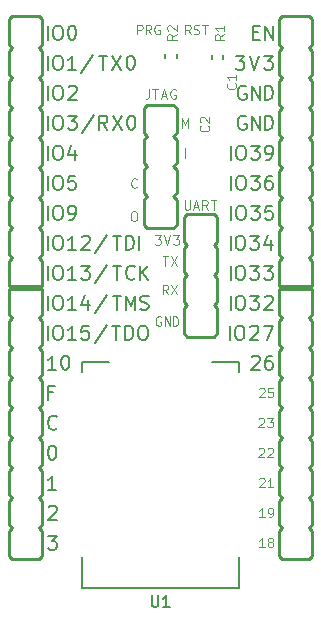
<source format=gbr>
G04 --- HEADER BEGIN --- *
G04 #@! TF.GenerationSoftware,LibrePCB,LibrePCB,0.1.6*
G04 #@! TF.CreationDate,2022-05-15T02:00:43*
G04 #@! TF.ProjectId,ttgo_bob,bfd8dc32-b202-4bf0-b9b5-60a84d76451e,v1*
G04 #@! TF.Part,Single*
G04 #@! TF.SameCoordinates*
G04 #@! TF.FileFunction,Legend,Top*
G04 #@! TF.FilePolarity,Positive*
%FSLAX66Y66*%
%MOMM*%
G01*
G75*
G04 --- HEADER END --- *
G04 --- APERTURE LIST BEGIN --- *
%ADD10C,0.25*%
%ADD11C,0.15*%
%ADD12C,0.2*%
%ADD13C,0.1*%
%ADD14R,2.39X1.787*%
%ADD15O,2.39X1.787*%
%ADD16R,0.75X0.75*%
%ADD17R,1.0X0.95*%
%ADD18R,1.2X1.3*%
%ADD19R,2.3X0.9*%
%ADD20R,0.9X2.3*%
G04 --- APERTURE LIST END --- *
G04 --- BOARD BEGIN --- *
D10*
G04 #@! TO.C,J5*
X17458000Y28852000D02*
X17458000Y26727000D01*
X17188000Y26457000D01*
X17458000Y26187000D01*
X17458000Y24187000D01*
X17188000Y23917000D01*
X17458000Y23647000D01*
X17458000Y21647000D01*
X17188000Y21377000D01*
X17458000Y21107000D01*
X17458000Y18982000D01*
X17188000Y18712000D01*
X14938000Y18712000D01*
X14668000Y18982000D01*
X14668000Y21107000D01*
X14938000Y21377000D01*
X14668000Y21647000D01*
X14668000Y23647000D01*
X14938000Y23917000D01*
X14668000Y24187000D01*
X14668000Y26187000D01*
X14938000Y26457000D01*
X14668000Y26727000D01*
X14668000Y28852000D01*
X14938000Y29122000D01*
X17188000Y29122000D01*
X17458000Y28852000D01*
D11*
G04 #@! TO.C,R1*
X17051000Y42593000D02*
X17051000Y42243000D01*
X18001000Y42593000D02*
X18001000Y42243000D01*
G04 #@! TO.C,R2*
X13103000Y42613000D02*
X13103000Y42263000D01*
X14053000Y42613000D02*
X14053000Y42263000D01*
D10*
G04 #@! TO.C,J3*
X2665000Y45575000D02*
X2665000Y43450000D01*
X2395000Y43180000D01*
X2665000Y42910000D01*
X2665000Y40910000D01*
X2395000Y40640000D01*
X2665000Y40370000D01*
X2665000Y38370000D01*
X2395000Y38100000D01*
X2665000Y37830000D01*
X2665000Y35830000D01*
X2395000Y35560000D01*
X2665000Y35290000D01*
X2665000Y33290000D01*
X2395000Y33020000D01*
X2665000Y32750000D01*
X2665000Y30750000D01*
X2395000Y30480000D01*
X2665000Y30210000D01*
X2665000Y28210000D01*
X2395000Y27940000D01*
X2665000Y27670000D01*
X2665000Y25670000D01*
X2395000Y25400000D01*
X2665000Y25130000D01*
X2665000Y23005000D01*
X2395000Y22735000D01*
X145000Y22735000D01*
X-125000Y23005000D01*
X-125000Y25130000D01*
X145000Y25400000D01*
X-125000Y25670000D01*
X-125000Y27670000D01*
X145000Y27940000D01*
X-125000Y28210000D01*
X-125000Y30210000D01*
X145000Y30480000D01*
X-125000Y30750000D01*
X-125000Y32750000D01*
X145000Y33020000D01*
X-125000Y33290000D01*
X-125000Y35290000D01*
X145000Y35560000D01*
X-125000Y35830000D01*
X-125000Y37830000D01*
X145000Y38100000D01*
X-125000Y38370000D01*
X-125000Y40370000D01*
X145000Y40640000D01*
X-125000Y40910000D01*
X-125000Y42910000D01*
X145000Y43180000D01*
X-125000Y43450000D01*
X-125000Y45575000D01*
X145000Y45845000D01*
X2395000Y45845000D01*
X2665000Y45575000D01*
G04 #@! TO.C,J2*
X25525000Y22715000D02*
X25525000Y20590000D01*
X25255000Y20320000D01*
X25525000Y20050000D01*
X25525000Y18050000D01*
X25255000Y17780000D01*
X25525000Y17510000D01*
X25525000Y15510000D01*
X25255000Y15240000D01*
X25525000Y14970000D01*
X25525000Y12970000D01*
X25255000Y12700000D01*
X25525000Y12430000D01*
X25525000Y10430000D01*
X25255000Y10160000D01*
X25525000Y9890000D01*
X25525000Y7890000D01*
X25255000Y7620000D01*
X25525000Y7350000D01*
X25525000Y5350000D01*
X25255000Y5080000D01*
X25525000Y4810000D01*
X25525000Y2810000D01*
X25255000Y2540000D01*
X25525000Y2270000D01*
X25525000Y145000D01*
X25255000Y-125000D01*
X23005000Y-125000D01*
X22735000Y145000D01*
X22735000Y2270000D01*
X23005000Y2540000D01*
X22735000Y2810000D01*
X22735000Y4810000D01*
X23005000Y5080000D01*
X22735000Y5350000D01*
X22735000Y7350000D01*
X23005000Y7620000D01*
X22735000Y7890000D01*
X22735000Y9890000D01*
X23005000Y10160000D01*
X22735000Y10430000D01*
X22735000Y12430000D01*
X23005000Y12700000D01*
X22735000Y12970000D01*
X22735000Y14970000D01*
X23005000Y15240000D01*
X22735000Y15510000D01*
X22735000Y17510000D01*
X23005000Y17780000D01*
X22735000Y18050000D01*
X22735000Y20050000D01*
X23005000Y20320000D01*
X22735000Y20590000D01*
X22735000Y22715000D01*
X23005000Y22985000D01*
X25255000Y22985000D01*
X25525000Y22715000D01*
G04 #@! TO.C,J6*
X14055000Y38060000D02*
X14055000Y35935000D01*
X13785000Y35665000D01*
X14055000Y35395000D01*
X14055000Y33395000D01*
X13785000Y33125000D01*
X14055000Y32855000D01*
X14055000Y30855000D01*
X13785000Y30585000D01*
X14055000Y30315000D01*
X14055000Y28190000D01*
X13785000Y27920000D01*
X11535000Y27920000D01*
X11265000Y28190000D01*
X11265000Y30315000D01*
X11535000Y30585000D01*
X11265000Y30855000D01*
X11265000Y32855000D01*
X11535000Y33125000D01*
X11265000Y33395000D01*
X11265000Y35395000D01*
X11535000Y35665000D01*
X11265000Y35935000D01*
X11265000Y38060000D01*
X11535000Y38330000D01*
X13785000Y38330000D01*
X14055000Y38060000D01*
G04 #@! TO.C,J4*
X2665000Y22715000D02*
X2665000Y20590000D01*
X2395000Y20320000D01*
X2665000Y20050000D01*
X2665000Y18050000D01*
X2395000Y17780000D01*
X2665000Y17510000D01*
X2665000Y15510000D01*
X2395000Y15240000D01*
X2665000Y14970000D01*
X2665000Y12970000D01*
X2395000Y12700000D01*
X2665000Y12430000D01*
X2665000Y10430000D01*
X2395000Y10160000D01*
X2665000Y9890000D01*
X2665000Y7890000D01*
X2395000Y7620000D01*
X2665000Y7350000D01*
X2665000Y5350000D01*
X2395000Y5080000D01*
X2665000Y4810000D01*
X2665000Y2810000D01*
X2395000Y2540000D01*
X2665000Y2270000D01*
X2665000Y145000D01*
X2395000Y-125000D01*
X145000Y-125000D01*
X-125000Y145000D01*
X-125000Y2270000D01*
X145000Y2540000D01*
X-125000Y2810000D01*
X-125000Y4810000D01*
X145000Y5080000D01*
X-125000Y5350000D01*
X-125000Y7350000D01*
X145000Y7620000D01*
X-125000Y7890000D01*
X-125000Y9890000D01*
X145000Y10160000D01*
X-125000Y10430000D01*
X-125000Y12430000D01*
X145000Y12700000D01*
X-125000Y12970000D01*
X-125000Y14970000D01*
X145000Y15240000D01*
X-125000Y15510000D01*
X-125000Y17510000D01*
X145000Y17780000D01*
X-125000Y18050000D01*
X-125000Y20050000D01*
X145000Y20320000D01*
X-125000Y20590000D01*
X-125000Y22715000D01*
X145000Y22985000D01*
X2395000Y22985000D01*
X2665000Y22715000D01*
D12*
G04 #@! TO.C,U1*
X6055000Y15725000D02*
X6055000Y16545000D01*
X8350000Y16545000D01*
X19345000Y25000D02*
X19345000Y-2575000D01*
X6055000Y-2575000D01*
X6055000Y25000D01*
X19345000Y15725000D02*
X19345000Y16545000D01*
X17050000Y16545000D01*
D10*
G04 #@! TO.C,J1*
X25525000Y45575000D02*
X25525000Y43450000D01*
X25255000Y43180000D01*
X25525000Y42910000D01*
X25525000Y40910000D01*
X25255000Y40640000D01*
X25525000Y40370000D01*
X25525000Y38370000D01*
X25255000Y38100000D01*
X25525000Y37830000D01*
X25525000Y35830000D01*
X25255000Y35560000D01*
X25525000Y35290000D01*
X25525000Y33290000D01*
X25255000Y33020000D01*
X25525000Y32750000D01*
X25525000Y30750000D01*
X25255000Y30480000D01*
X25525000Y30210000D01*
X25525000Y28210000D01*
X25255000Y27940000D01*
X25525000Y27670000D01*
X25525000Y25670000D01*
X25255000Y25400000D01*
X25525000Y25130000D01*
X25525000Y23005000D01*
X25255000Y22735000D01*
X23005000Y22735000D01*
X22735000Y23005000D01*
X22735000Y25130000D01*
X23005000Y25400000D01*
X22735000Y25670000D01*
X22735000Y27670000D01*
X23005000Y27940000D01*
X22735000Y28210000D01*
X22735000Y30210000D01*
X23005000Y30480000D01*
X22735000Y30750000D01*
X22735000Y32750000D01*
X23005000Y33020000D01*
X22735000Y33290000D01*
X22735000Y35290000D01*
X23005000Y35560000D01*
X22735000Y35830000D01*
X22735000Y37830000D01*
X23005000Y38100000D01*
X22735000Y38370000D01*
X22735000Y40370000D01*
X23005000Y40640000D01*
X22735000Y40910000D01*
X22735000Y42910000D01*
X23005000Y43180000D01*
X22735000Y43450000D01*
X22735000Y45575000D01*
X23005000Y45845000D01*
X25255000Y45845000D01*
X25525000Y45575000D01*
D13*
G04 #@! TO.C,R1*
X18104000Y44320000D02*
X17722667Y44053333D01*
X18104000Y43863111D02*
X17304000Y43863111D01*
X17304000Y44168000D01*
X17342222Y44244444D01*
X17380444Y44281778D01*
X17456000Y44320000D01*
X17570667Y44320000D01*
X17647111Y44281778D01*
X17685333Y44244444D01*
X17722667Y44168000D01*
X17722667Y43863111D01*
X18104000Y45036889D02*
X18104000Y44580000D01*
X18104000Y44808444D02*
X17304000Y44808444D01*
X17418667Y44732000D01*
X17494222Y44656444D01*
X17532444Y44580000D01*
G04 #@! TO.C,R2*
X14054000Y44320889D02*
X13672667Y44054222D01*
X14054000Y43864000D02*
X13254000Y43864000D01*
X13254000Y44168889D01*
X13292222Y44245333D01*
X13330444Y44282667D01*
X13406000Y44320889D01*
X13520667Y44320889D01*
X13597111Y44282667D01*
X13635333Y44245333D01*
X13672667Y44168889D01*
X13672667Y43864000D01*
X13330444Y44619111D02*
X13292222Y44657333D01*
X13254000Y44732889D01*
X13254000Y44924000D01*
X13292222Y44999556D01*
X13330444Y45037778D01*
X13406000Y45076000D01*
X13482444Y45076000D01*
X13597111Y45037778D01*
X14054000Y44580889D01*
X14054000Y45076000D01*
G04 #@! TO.C,C1*
X19011556Y40177111D02*
X19049778Y40138889D01*
X19088000Y40025111D01*
X19088000Y39948667D01*
X19049778Y39834000D01*
X18973333Y39758444D01*
X18897778Y39720222D01*
X18744889Y39682000D01*
X18631111Y39682000D01*
X18478222Y39720222D01*
X18402667Y39758444D01*
X18326222Y39834000D01*
X18288000Y39948667D01*
X18288000Y40025111D01*
X18326222Y40138889D01*
X18364444Y40177111D01*
X19088000Y40894000D02*
X19088000Y40437111D01*
X19088000Y40665555D02*
X18288000Y40665555D01*
X18402667Y40589111D01*
X18478222Y40513555D01*
X18516444Y40437111D01*
D12*
G04 #@! TO.C,U1*
X11928889Y-3175000D02*
X11928889Y-3985000D01*
X11976667Y-4079444D01*
X12024445Y-4127222D01*
X12118889Y-4175000D01*
X12310000Y-4175000D01*
X12405556Y-4127222D01*
X12452222Y-4079444D01*
X12500000Y-3985000D01*
X12500000Y-3175000D01*
X13471111Y-4175000D02*
X12900000Y-4175000D01*
X13185556Y-4175000D02*
X13185556Y-3175000D01*
X13090000Y-3318333D01*
X12995556Y-3412778D01*
X12900000Y-3460556D01*
D13*
G04 #@! TO.C,C2*
X16725556Y36582889D02*
X16763778Y36544667D01*
X16802000Y36430889D01*
X16802000Y36354445D01*
X16763778Y36239778D01*
X16687333Y36164222D01*
X16611778Y36126000D01*
X16458889Y36087778D01*
X16345111Y36087778D01*
X16192222Y36126000D01*
X16116667Y36164222D01*
X16040222Y36239778D01*
X16002000Y36354445D01*
X16002000Y36430889D01*
X16040222Y36544667D01*
X16078444Y36582889D01*
X16078444Y36881111D02*
X16040222Y36919333D01*
X16002000Y36994889D01*
X16002000Y37186000D01*
X16040222Y37261556D01*
X16078444Y37299778D01*
X16154000Y37338000D01*
X16230444Y37338000D01*
X16345111Y37299778D01*
X16802000Y36842889D01*
X16802000Y37338000D01*
G04 #@! TD*
X21013000Y9213556D02*
X21051222Y9251778D01*
X21126778Y9290000D01*
X21317889Y9290000D01*
X21393445Y9251778D01*
X21431667Y9213556D01*
X21469889Y9138000D01*
X21469889Y9061556D01*
X21431667Y8946889D01*
X20974778Y8490000D01*
X21469889Y8490000D01*
X21768111Y9213556D02*
X21806333Y9251778D01*
X21881889Y9290000D01*
X22073000Y9290000D01*
X22148556Y9251778D01*
X22186778Y9213556D01*
X22225000Y9138000D01*
X22225000Y9061556D01*
X22186778Y8946889D01*
X21729889Y8490000D01*
X22225000Y8490000D01*
X21013000Y11753556D02*
X21051222Y11791778D01*
X21126778Y11830000D01*
X21317889Y11830000D01*
X21393445Y11791778D01*
X21431667Y11753556D01*
X21469889Y11678000D01*
X21469889Y11601556D01*
X21431667Y11486889D01*
X20974778Y11030000D01*
X21469889Y11030000D01*
X21729889Y11830000D02*
X22225000Y11830000D01*
X21958333Y11525111D01*
X22073000Y11525111D01*
X22148556Y11486889D01*
X22186778Y11448667D01*
X22225000Y11373111D01*
X22225000Y11182000D01*
X22186778Y11106444D01*
X22148556Y11068222D01*
X22073000Y11030000D01*
X21844556Y11030000D01*
X21768111Y11068222D01*
X21729889Y11106444D01*
D12*
X3860333Y15910000D02*
X3175000Y15910000D01*
X3517667Y15910000D02*
X3517667Y17110000D01*
X3403000Y16938000D01*
X3289667Y16824667D01*
X3175000Y16767333D01*
X4585666Y17110000D02*
X4700333Y17110000D01*
X4815000Y17052667D01*
X4872333Y16995333D01*
X4928333Y16882000D01*
X4985666Y16652667D01*
X4985666Y16367333D01*
X4928333Y16138000D01*
X4872333Y16024667D01*
X4815000Y15967333D01*
X4700333Y15910000D01*
X4585666Y15910000D01*
X4472333Y15967333D01*
X4415000Y16024667D01*
X4357666Y16138000D01*
X4300333Y16367333D01*
X4300333Y16652667D01*
X4357666Y16882000D01*
X4415000Y16995333D01*
X4472333Y17052667D01*
X4585666Y17110000D01*
D13*
X15259556Y44304000D02*
X14992889Y44685333D01*
X14802667Y44304000D02*
X14802667Y45104000D01*
X15107556Y45104000D01*
X15184000Y45065778D01*
X15221334Y45027556D01*
X15259556Y44952000D01*
X15259556Y44837333D01*
X15221334Y44760889D01*
X15184000Y44722667D01*
X15107556Y44685333D01*
X14802667Y44685333D01*
X15519556Y44342222D02*
X15634223Y44304000D01*
X15824445Y44304000D01*
X15900889Y44342222D01*
X15938223Y44380444D01*
X15976445Y44456000D01*
X15976445Y44532444D01*
X15938223Y44608889D01*
X15900889Y44647111D01*
X15824445Y44685333D01*
X15671556Y44722667D01*
X15596000Y44760889D01*
X15557778Y44799111D01*
X15519556Y44875556D01*
X15519556Y44952000D01*
X15557778Y45027556D01*
X15596000Y45065778D01*
X15671556Y45104000D01*
X15862667Y45104000D01*
X15976445Y45065778D01*
X16236445Y45104000D02*
X16693334Y45104000D01*
X16464889Y44304000D02*
X16464889Y45104000D01*
D12*
X18677000Y31150000D02*
X18677000Y32350000D01*
X19402333Y32350000D02*
X19631667Y32350000D01*
X19745000Y32292667D01*
X19859667Y32178000D01*
X19917000Y31950000D01*
X19917000Y31550000D01*
X19859667Y31322000D01*
X19745000Y31207333D01*
X19631667Y31150000D01*
X19402333Y31150000D01*
X19289000Y31207333D01*
X19174333Y31322000D01*
X19117000Y31550000D01*
X19117000Y31950000D01*
X19174333Y32178000D01*
X19289000Y32292667D01*
X19402333Y32350000D01*
X20357000Y32350000D02*
X21099667Y32350000D01*
X20699667Y31892667D01*
X20871667Y31892667D01*
X20985000Y31835333D01*
X21042333Y31778000D01*
X21099667Y31664667D01*
X21099667Y31378000D01*
X21042333Y31264667D01*
X20985000Y31207333D01*
X20871667Y31150000D01*
X20529000Y31150000D01*
X20414333Y31207333D01*
X20357000Y31264667D01*
X22111667Y32350000D02*
X21882334Y32350000D01*
X21767667Y32292667D01*
X21711667Y32235333D01*
X21597000Y32064667D01*
X21539667Y31835333D01*
X21539667Y31378000D01*
X21597000Y31264667D01*
X21654334Y31207333D01*
X21767667Y31150000D01*
X21997000Y31150000D01*
X22111667Y31207333D01*
X22167667Y31264667D01*
X22225000Y31378000D01*
X22225000Y31664667D01*
X22167667Y31778000D01*
X22111667Y31835333D01*
X21997000Y31892667D01*
X21767667Y31892667D01*
X21654334Y31835333D01*
X21597000Y31778000D01*
X21539667Y31664667D01*
X18619666Y26070000D02*
X18619666Y27270000D01*
X19344999Y27270000D02*
X19574333Y27270000D01*
X19687666Y27212667D01*
X19802333Y27098000D01*
X19859666Y26870000D01*
X19859666Y26470000D01*
X19802333Y26242000D01*
X19687666Y26127333D01*
X19574333Y26070000D01*
X19344999Y26070000D01*
X19231666Y26127333D01*
X19116999Y26242000D01*
X19059666Y26470000D01*
X19059666Y26870000D01*
X19116999Y27098000D01*
X19231666Y27212667D01*
X19344999Y27270000D01*
X20299666Y27270000D02*
X21042333Y27270000D01*
X20642333Y26812667D01*
X20814333Y26812667D01*
X20927666Y26755333D01*
X20984999Y26698000D01*
X21042333Y26584667D01*
X21042333Y26298000D01*
X20984999Y26184667D01*
X20927666Y26127333D01*
X20814333Y26070000D01*
X20471666Y26070000D01*
X20356999Y26127333D01*
X20299666Y26184667D01*
X22054333Y26870000D02*
X22054333Y26070000D01*
X21767666Y27327333D02*
X21482333Y26470000D01*
X22225000Y26470000D01*
D13*
X12868889Y25504000D02*
X13325778Y25504000D01*
X13097333Y24704000D02*
X13097333Y25504000D01*
X13585778Y25504000D02*
X14119111Y24704000D01*
X14119111Y25504000D02*
X13585778Y24704000D01*
X21508111Y870000D02*
X21051222Y870000D01*
X21279666Y870000D02*
X21279666Y1670000D01*
X21203222Y1555333D01*
X21127666Y1479778D01*
X21051222Y1441556D01*
X21920111Y1326889D02*
X21844555Y1365111D01*
X21806333Y1403333D01*
X21768111Y1479778D01*
X21768111Y1518000D01*
X21806333Y1593556D01*
X21844555Y1631778D01*
X21920111Y1670000D01*
X22073000Y1670000D01*
X22149444Y1631778D01*
X22186778Y1593556D01*
X22225000Y1518000D01*
X22225000Y1479778D01*
X22186778Y1403333D01*
X22149444Y1365111D01*
X22073000Y1326889D01*
X21920111Y1326889D01*
X21844555Y1288667D01*
X21806333Y1251333D01*
X21768111Y1174889D01*
X21768111Y1022000D01*
X21806333Y946444D01*
X21844555Y908222D01*
X21920111Y870000D01*
X22073000Y870000D01*
X22149444Y908222D01*
X22186778Y946444D01*
X22225000Y1022000D01*
X22225000Y1174889D01*
X22186778Y1251333D01*
X22149444Y1288667D01*
X22073000Y1326889D01*
D12*
X3175000Y20990000D02*
X3175000Y22190000D01*
X3900333Y22190000D02*
X4129667Y22190000D01*
X4243000Y22132667D01*
X4357667Y22018000D01*
X4415000Y21790000D01*
X4415000Y21390000D01*
X4357667Y21162000D01*
X4243000Y21047333D01*
X4129667Y20990000D01*
X3900333Y20990000D01*
X3787000Y21047333D01*
X3672333Y21162000D01*
X3615000Y21390000D01*
X3615000Y21790000D01*
X3672333Y22018000D01*
X3787000Y22132667D01*
X3900333Y22190000D01*
X5540333Y20990000D02*
X4855000Y20990000D01*
X5197667Y20990000D02*
X5197667Y22190000D01*
X5083000Y22018000D01*
X4969667Y21904667D01*
X4855000Y21847333D01*
X6552333Y21790000D02*
X6552333Y20990000D01*
X6265666Y22247333D02*
X5980333Y21390000D01*
X6723000Y21390000D01*
X8191000Y22247333D02*
X7163000Y20704667D01*
X8631000Y22190000D02*
X9316333Y22190000D01*
X8973667Y20990000D02*
X8973667Y22190000D01*
X9756333Y20990000D02*
X9756333Y22190000D01*
X10156333Y21332667D01*
X10556333Y22190000D01*
X10556333Y20990000D01*
X10996333Y21047333D02*
X11168333Y20990000D01*
X11453666Y20990000D01*
X11568333Y21047333D01*
X11624333Y21104667D01*
X11681666Y21218000D01*
X11681666Y21332667D01*
X11624333Y21447333D01*
X11568333Y21504667D01*
X11453666Y21562000D01*
X11224333Y21618000D01*
X11111000Y21675333D01*
X11053666Y21732667D01*
X10996333Y21847333D01*
X10996333Y21962000D01*
X11053666Y22075333D01*
X11111000Y22132667D01*
X11224333Y22190000D01*
X11511000Y22190000D01*
X11681666Y22132667D01*
X3460333Y9490000D02*
X3575000Y9490000D01*
X3689667Y9432667D01*
X3747000Y9375333D01*
X3803000Y9262000D01*
X3860333Y9032667D01*
X3860333Y8747333D01*
X3803000Y8518000D01*
X3747000Y8404667D01*
X3689667Y8347333D01*
X3575000Y8290000D01*
X3460333Y8290000D01*
X3347000Y8347333D01*
X3289667Y8404667D01*
X3232333Y8518000D01*
X3175000Y8747333D01*
X3175000Y9032667D01*
X3232333Y9262000D01*
X3289667Y9375333D01*
X3347000Y9432667D01*
X3460333Y9490000D01*
X18677000Y33690000D02*
X18677000Y34890000D01*
X19402333Y34890000D02*
X19631667Y34890000D01*
X19745000Y34832667D01*
X19859667Y34718000D01*
X19917000Y34490000D01*
X19917000Y34090000D01*
X19859667Y33862000D01*
X19745000Y33747333D01*
X19631667Y33690000D01*
X19402333Y33690000D01*
X19289000Y33747333D01*
X19174333Y33862000D01*
X19117000Y34090000D01*
X19117000Y34490000D01*
X19174333Y34718000D01*
X19289000Y34832667D01*
X19402333Y34890000D01*
X20357000Y34890000D02*
X21099667Y34890000D01*
X20699667Y34432667D01*
X20871667Y34432667D01*
X20985000Y34375333D01*
X21042333Y34318000D01*
X21099667Y34204667D01*
X21099667Y33918000D01*
X21042333Y33804667D01*
X20985000Y33747333D01*
X20871667Y33690000D01*
X20529000Y33690000D01*
X20414333Y33747333D01*
X20357000Y33804667D01*
X21654334Y33690000D02*
X21882334Y33690000D01*
X21997000Y33747333D01*
X22054334Y33804667D01*
X22167667Y33975333D01*
X22225000Y34204667D01*
X22225000Y34662000D01*
X22167667Y34775333D01*
X22111667Y34832667D01*
X21997000Y34890000D01*
X21767667Y34890000D01*
X21654334Y34832667D01*
X21597000Y34775333D01*
X21539667Y34662000D01*
X21539667Y34375333D01*
X21597000Y34262000D01*
X21654334Y34204667D01*
X21767667Y34147333D01*
X21997000Y34147333D01*
X22111667Y34204667D01*
X22167667Y34262000D01*
X22225000Y34375333D01*
X18619666Y20990000D02*
X18619666Y22190000D01*
X19344999Y22190000D02*
X19574333Y22190000D01*
X19687666Y22132667D01*
X19802333Y22018000D01*
X19859666Y21790000D01*
X19859666Y21390000D01*
X19802333Y21162000D01*
X19687666Y21047333D01*
X19574333Y20990000D01*
X19344999Y20990000D01*
X19231666Y21047333D01*
X19116999Y21162000D01*
X19059666Y21390000D01*
X19059666Y21790000D01*
X19116999Y22018000D01*
X19231666Y22132667D01*
X19344999Y22190000D01*
X20299666Y22190000D02*
X21042333Y22190000D01*
X20642333Y21732667D01*
X20814333Y21732667D01*
X20927666Y21675333D01*
X20984999Y21618000D01*
X21042333Y21504667D01*
X21042333Y21218000D01*
X20984999Y21104667D01*
X20927666Y21047333D01*
X20814333Y20990000D01*
X20471666Y20990000D01*
X20356999Y21047333D01*
X20299666Y21104667D01*
X21539666Y22075333D02*
X21597000Y22132667D01*
X21710333Y22190000D01*
X21997000Y22190000D01*
X22110333Y22132667D01*
X22167666Y22075333D01*
X22225000Y21962000D01*
X22225000Y21847333D01*
X22167666Y21675333D01*
X21482333Y20990000D01*
X22225000Y20990000D01*
X3175000Y43850000D02*
X3175000Y45050000D01*
X3900333Y45050000D02*
X4129667Y45050000D01*
X4243000Y44992667D01*
X4357667Y44878000D01*
X4415000Y44650000D01*
X4415000Y44250000D01*
X4357667Y44022000D01*
X4243000Y43907333D01*
X4129667Y43850000D01*
X3900333Y43850000D01*
X3787000Y43907333D01*
X3672333Y44022000D01*
X3615000Y44250000D01*
X3615000Y44650000D01*
X3672333Y44878000D01*
X3787000Y44992667D01*
X3900333Y45050000D01*
X5140333Y45050000D02*
X5255000Y45050000D01*
X5369667Y44992667D01*
X5427000Y44935333D01*
X5483000Y44822000D01*
X5540333Y44592667D01*
X5540333Y44307333D01*
X5483000Y44078000D01*
X5427000Y43964667D01*
X5369667Y43907333D01*
X5255000Y43850000D01*
X5140333Y43850000D01*
X5027000Y43907333D01*
X4969667Y43964667D01*
X4912333Y44078000D01*
X4855000Y44307333D01*
X4855000Y44592667D01*
X4912333Y44822000D01*
X4969667Y44935333D01*
X5027000Y44992667D01*
X5140333Y45050000D01*
X19917000Y37372667D02*
X19803667Y37430000D01*
X19631667Y37430000D01*
X19459667Y37372667D01*
X19346334Y37258000D01*
X19289000Y37144667D01*
X19231667Y36915333D01*
X19231667Y36744667D01*
X19289000Y36515333D01*
X19346334Y36402000D01*
X19459667Y36287333D01*
X19631667Y36230000D01*
X19746334Y36230000D01*
X19917000Y36287333D01*
X19974334Y36344667D01*
X19974334Y36744667D01*
X19746334Y36744667D01*
X20414334Y36230000D02*
X20414334Y37430000D01*
X21099667Y36230000D01*
X21099667Y37430000D01*
X21539667Y36230000D02*
X21539667Y37430000D01*
X21825000Y37430000D01*
X21997000Y37372667D01*
X22111667Y37258000D01*
X22167667Y37144667D01*
X22225000Y36915333D01*
X22225000Y36744667D01*
X22167667Y36515333D01*
X22111667Y36402000D01*
X21997000Y36287333D01*
X21825000Y36230000D01*
X21539667Y36230000D01*
X3175000Y33690000D02*
X3175000Y34890000D01*
X3900333Y34890000D02*
X4129667Y34890000D01*
X4243000Y34832667D01*
X4357667Y34718000D01*
X4415000Y34490000D01*
X4415000Y34090000D01*
X4357667Y33862000D01*
X4243000Y33747333D01*
X4129667Y33690000D01*
X3900333Y33690000D01*
X3787000Y33747333D01*
X3672333Y33862000D01*
X3615000Y34090000D01*
X3615000Y34490000D01*
X3672333Y34718000D01*
X3787000Y34832667D01*
X3900333Y34890000D01*
X5427000Y34490000D02*
X5427000Y33690000D01*
X5140333Y34947333D02*
X4855000Y34090000D01*
X5597667Y34090000D01*
X3175000Y1870000D02*
X3917667Y1870000D01*
X3517667Y1412667D01*
X3689667Y1412667D01*
X3803000Y1355333D01*
X3860333Y1298000D01*
X3917667Y1184667D01*
X3917667Y898000D01*
X3860333Y784667D01*
X3803000Y727333D01*
X3689667Y670000D01*
X3347000Y670000D01*
X3232333Y727333D01*
X3175000Y784667D01*
D13*
X21508111Y3410000D02*
X21051222Y3410000D01*
X21279666Y3410000D02*
X21279666Y4210000D01*
X21203222Y4095333D01*
X21127666Y4019778D01*
X21051222Y3981556D01*
X21844555Y3410000D02*
X21996555Y3410000D01*
X22073000Y3448222D01*
X22111222Y3486444D01*
X22186778Y3600222D01*
X22225000Y3753111D01*
X22225000Y4058000D01*
X22186778Y4133556D01*
X22149444Y4171778D01*
X22073000Y4210000D01*
X21920111Y4210000D01*
X21844555Y4171778D01*
X21806333Y4133556D01*
X21768111Y4058000D01*
X21768111Y3866889D01*
X21806333Y3791333D01*
X21844555Y3753111D01*
X21920111Y3714889D01*
X22073000Y3714889D01*
X22149444Y3753111D01*
X22186778Y3791333D01*
X22225000Y3866889D01*
X14764000Y33848000D02*
X14764000Y34648000D01*
X13325778Y22304000D02*
X13059111Y22685333D01*
X12868889Y22304000D02*
X12868889Y23104000D01*
X13173778Y23104000D01*
X13250222Y23065778D01*
X13287556Y23027556D01*
X13325778Y22952000D01*
X13325778Y22837333D01*
X13287556Y22760889D01*
X13250222Y22722667D01*
X13173778Y22685333D01*
X12868889Y22685333D01*
X13585778Y23104000D02*
X14119111Y22304000D01*
X14119111Y23104000D02*
X13585778Y22304000D01*
X10369556Y29314000D02*
X10522445Y29314000D01*
X10598001Y29275778D01*
X10674445Y29199333D01*
X10712667Y29047333D01*
X10712667Y28780667D01*
X10674445Y28628667D01*
X10598001Y28552222D01*
X10522445Y28514000D01*
X10369556Y28514000D01*
X10294001Y28552222D01*
X10217556Y28628667D01*
X10179334Y28780667D01*
X10179334Y29047333D01*
X10217556Y29199333D01*
X10294001Y29275778D01*
X10369556Y29314000D01*
D12*
X3232333Y4295333D02*
X3289667Y4352667D01*
X3403000Y4410000D01*
X3689667Y4410000D01*
X3803000Y4352667D01*
X3860333Y4295333D01*
X3917667Y4182000D01*
X3917667Y4067333D01*
X3860333Y3895333D01*
X3175000Y3210000D01*
X3917667Y3210000D01*
X18562333Y18450000D02*
X18562333Y19650000D01*
X19287666Y19650000D02*
X19517000Y19650000D01*
X19630333Y19592667D01*
X19745000Y19478000D01*
X19802333Y19250000D01*
X19802333Y18850000D01*
X19745000Y18622000D01*
X19630333Y18507333D01*
X19517000Y18450000D01*
X19287666Y18450000D01*
X19174333Y18507333D01*
X19059666Y18622000D01*
X19002333Y18850000D01*
X19002333Y19250000D01*
X19059666Y19478000D01*
X19174333Y19592667D01*
X19287666Y19650000D01*
X20299666Y19535333D02*
X20357000Y19592667D01*
X20470333Y19650000D01*
X20757000Y19650000D01*
X20870333Y19592667D01*
X20927666Y19535333D01*
X20985000Y19422000D01*
X20985000Y19307333D01*
X20927666Y19135333D01*
X20242333Y18450000D01*
X20985000Y18450000D01*
X21425000Y19650000D02*
X22225000Y19650000D01*
X21710333Y18450000D01*
D13*
X14732000Y30264000D02*
X14732000Y29616000D01*
X14770222Y29540444D01*
X14808444Y29502222D01*
X14884000Y29464000D01*
X15036889Y29464000D01*
X15113333Y29502222D01*
X15150667Y29540444D01*
X15188889Y29616000D01*
X15188889Y30264000D01*
X15525333Y29692444D02*
X15905778Y29692444D01*
X15448889Y29464000D02*
X15715556Y30264000D01*
X15982222Y29464000D01*
X16699111Y29464000D02*
X16432444Y29845333D01*
X16242222Y29464000D02*
X16242222Y30264000D01*
X16547111Y30264000D01*
X16623555Y30225778D01*
X16660889Y30187556D01*
X16699111Y30112000D01*
X16699111Y29997333D01*
X16660889Y29920889D01*
X16623555Y29882667D01*
X16547111Y29845333D01*
X16242222Y29845333D01*
X16959111Y30264000D02*
X17416000Y30264000D01*
X17187555Y29464000D02*
X17187555Y30264000D01*
X21051222Y14293556D02*
X21089444Y14331778D01*
X21165000Y14370000D01*
X21356111Y14370000D01*
X21431667Y14331778D01*
X21469889Y14293556D01*
X21508111Y14218000D01*
X21508111Y14141556D01*
X21469889Y14026889D01*
X21013000Y13570000D01*
X21508111Y13570000D01*
X22186778Y14370000D02*
X21806333Y14370000D01*
X21768111Y13988667D01*
X21806333Y14026889D01*
X21882778Y14065111D01*
X22073000Y14065111D01*
X22149444Y14026889D01*
X22186778Y13988667D01*
X22225000Y13913111D01*
X22225000Y13722000D01*
X22186778Y13646444D01*
X22149444Y13608222D01*
X22073000Y13570000D01*
X21882778Y13570000D01*
X21806333Y13608222D01*
X21768111Y13646444D01*
D12*
X3175000Y18450000D02*
X3175000Y19650000D01*
X3900333Y19650000D02*
X4129667Y19650000D01*
X4243000Y19592667D01*
X4357667Y19478000D01*
X4415000Y19250000D01*
X4415000Y18850000D01*
X4357667Y18622000D01*
X4243000Y18507333D01*
X4129667Y18450000D01*
X3900333Y18450000D01*
X3787000Y18507333D01*
X3672333Y18622000D01*
X3615000Y18850000D01*
X3615000Y19250000D01*
X3672333Y19478000D01*
X3787000Y19592667D01*
X3900333Y19650000D01*
X5540333Y18450000D02*
X4855000Y18450000D01*
X5197667Y18450000D02*
X5197667Y19650000D01*
X5083000Y19478000D01*
X4969667Y19364667D01*
X4855000Y19307333D01*
X6608333Y19650000D02*
X6037666Y19650000D01*
X5980333Y19078000D01*
X6037666Y19135333D01*
X6152333Y19192667D01*
X6437666Y19192667D01*
X6552333Y19135333D01*
X6608333Y19078000D01*
X6665666Y18964667D01*
X6665666Y18678000D01*
X6608333Y18564667D01*
X6552333Y18507333D01*
X6437666Y18450000D01*
X6152333Y18450000D01*
X6037666Y18507333D01*
X5980333Y18564667D01*
X8133666Y19707333D02*
X7105666Y18164667D01*
X8573666Y19650000D02*
X9258999Y19650000D01*
X8916333Y18450000D02*
X8916333Y19650000D01*
X9698999Y18450000D02*
X9698999Y19650000D01*
X9984332Y19650000D01*
X10156332Y19592667D01*
X10270999Y19478000D01*
X10326999Y19364667D01*
X10384332Y19135333D01*
X10384332Y18964667D01*
X10326999Y18735333D01*
X10270999Y18622000D01*
X10156332Y18507333D01*
X9984332Y18450000D01*
X9698999Y18450000D01*
X11109665Y19650000D02*
X11338999Y19650000D01*
X11452332Y19592667D01*
X11566999Y19478000D01*
X11624332Y19250000D01*
X11624332Y18850000D01*
X11566999Y18622000D01*
X11452332Y18507333D01*
X11338999Y18450000D01*
X11109665Y18450000D01*
X10996332Y18507333D01*
X10881665Y18622000D01*
X10824332Y18850000D01*
X10824332Y19250000D01*
X10881665Y19478000D01*
X10996332Y19592667D01*
X11109665Y19650000D01*
X18677000Y28610000D02*
X18677000Y29810000D01*
X19402333Y29810000D02*
X19631667Y29810000D01*
X19745000Y29752667D01*
X19859667Y29638000D01*
X19917000Y29410000D01*
X19917000Y29010000D01*
X19859667Y28782000D01*
X19745000Y28667333D01*
X19631667Y28610000D01*
X19402333Y28610000D01*
X19289000Y28667333D01*
X19174333Y28782000D01*
X19117000Y29010000D01*
X19117000Y29410000D01*
X19174333Y29638000D01*
X19289000Y29752667D01*
X19402333Y29810000D01*
X20357000Y29810000D02*
X21099667Y29810000D01*
X20699667Y29352667D01*
X20871667Y29352667D01*
X20985000Y29295333D01*
X21042333Y29238000D01*
X21099667Y29124667D01*
X21099667Y28838000D01*
X21042333Y28724667D01*
X20985000Y28667333D01*
X20871667Y28610000D01*
X20529000Y28610000D01*
X20414333Y28667333D01*
X20357000Y28724667D01*
X22167667Y29810000D02*
X21597000Y29810000D01*
X21539667Y29238000D01*
X21597000Y29295333D01*
X21711667Y29352667D01*
X21997000Y29352667D01*
X22111667Y29295333D01*
X22167667Y29238000D01*
X22225000Y29124667D01*
X22225000Y28838000D01*
X22167667Y28724667D01*
X22111667Y28667333D01*
X21997000Y28610000D01*
X21711667Y28610000D01*
X21597000Y28667333D01*
X21539667Y28724667D01*
X3575000Y13998000D02*
X3175000Y13998000D01*
X3175000Y13370000D02*
X3175000Y14570000D01*
X3747000Y14570000D01*
X3175000Y38770000D02*
X3175000Y39970000D01*
X3900333Y39970000D02*
X4129667Y39970000D01*
X4243000Y39912667D01*
X4357667Y39798000D01*
X4415000Y39570000D01*
X4415000Y39170000D01*
X4357667Y38942000D01*
X4243000Y38827333D01*
X4129667Y38770000D01*
X3900333Y38770000D01*
X3787000Y38827333D01*
X3672333Y38942000D01*
X3615000Y39170000D01*
X3615000Y39570000D01*
X3672333Y39798000D01*
X3787000Y39912667D01*
X3900333Y39970000D01*
X4912333Y39855333D02*
X4969667Y39912667D01*
X5083000Y39970000D01*
X5369667Y39970000D01*
X5483000Y39912667D01*
X5540333Y39855333D01*
X5597667Y39742000D01*
X5597667Y39627333D01*
X5540333Y39455333D01*
X4855000Y38770000D01*
X5597667Y38770000D01*
X3175000Y23530000D02*
X3175000Y24730000D01*
X3900333Y24730000D02*
X4129667Y24730000D01*
X4243000Y24672667D01*
X4357667Y24558000D01*
X4415000Y24330000D01*
X4415000Y23930000D01*
X4357667Y23702000D01*
X4243000Y23587333D01*
X4129667Y23530000D01*
X3900333Y23530000D01*
X3787000Y23587333D01*
X3672333Y23702000D01*
X3615000Y23930000D01*
X3615000Y24330000D01*
X3672333Y24558000D01*
X3787000Y24672667D01*
X3900333Y24730000D01*
X5540333Y23530000D02*
X4855000Y23530000D01*
X5197667Y23530000D02*
X5197667Y24730000D01*
X5083000Y24558000D01*
X4969667Y24444667D01*
X4855000Y24387333D01*
X5980333Y24730000D02*
X6723000Y24730000D01*
X6323000Y24272667D01*
X6495000Y24272667D01*
X6608333Y24215333D01*
X6665666Y24158000D01*
X6723000Y24044667D01*
X6723000Y23758000D01*
X6665666Y23644667D01*
X6608333Y23587333D01*
X6495000Y23530000D01*
X6152333Y23530000D01*
X6037666Y23587333D01*
X5980333Y23644667D01*
X8191000Y24787333D02*
X7163000Y23244667D01*
X8631000Y24730000D02*
X9316333Y24730000D01*
X8973667Y23530000D02*
X8973667Y24730000D01*
X10499000Y23644667D02*
X10441666Y23587333D01*
X10271000Y23530000D01*
X10156333Y23530000D01*
X9984333Y23587333D01*
X9871000Y23702000D01*
X9813666Y23815333D01*
X9756333Y24044667D01*
X9756333Y24215333D01*
X9813666Y24444667D01*
X9871000Y24558000D01*
X9984333Y24672667D01*
X10156333Y24730000D01*
X10271000Y24730000D01*
X10441666Y24672667D01*
X10499000Y24615333D01*
X10939000Y23530000D02*
X10939000Y24730000D01*
X11624333Y23530000D02*
X11111000Y24215333D01*
X11624333Y24730000D02*
X10939000Y24044667D01*
X3175000Y31150000D02*
X3175000Y32350000D01*
X3900333Y32350000D02*
X4129667Y32350000D01*
X4243000Y32292667D01*
X4357667Y32178000D01*
X4415000Y31950000D01*
X4415000Y31550000D01*
X4357667Y31322000D01*
X4243000Y31207333D01*
X4129667Y31150000D01*
X3900333Y31150000D01*
X3787000Y31207333D01*
X3672333Y31322000D01*
X3615000Y31550000D01*
X3615000Y31950000D01*
X3672333Y32178000D01*
X3787000Y32292667D01*
X3900333Y32350000D01*
X5483000Y32350000D02*
X4912333Y32350000D01*
X4855000Y31778000D01*
X4912333Y31835333D01*
X5027000Y31892667D01*
X5312333Y31892667D01*
X5427000Y31835333D01*
X5483000Y31778000D01*
X5540333Y31664667D01*
X5540333Y31378000D01*
X5483000Y31264667D01*
X5427000Y31207333D01*
X5312333Y31150000D01*
X5027000Y31150000D01*
X4912333Y31207333D01*
X4855000Y31264667D01*
X19059666Y42510000D02*
X19802333Y42510000D01*
X19402333Y42052667D01*
X19574333Y42052667D01*
X19687666Y41995333D01*
X19744999Y41938000D01*
X19802333Y41824667D01*
X19802333Y41538000D01*
X19744999Y41424667D01*
X19687666Y41367333D01*
X19574333Y41310000D01*
X19231666Y41310000D01*
X19116999Y41367333D01*
X19059666Y41424667D01*
X20242333Y42510000D02*
X20642333Y41310000D01*
X21042333Y42510000D01*
X21482333Y42510000D02*
X22225000Y42510000D01*
X21825000Y42052667D01*
X21997000Y42052667D01*
X22110333Y41995333D01*
X22167666Y41938000D01*
X22225000Y41824667D01*
X22225000Y41538000D01*
X22167666Y41424667D01*
X22110333Y41367333D01*
X21997000Y41310000D01*
X21654333Y41310000D01*
X21539666Y41367333D01*
X21482333Y41424667D01*
D13*
X10719556Y44304000D02*
X10719556Y45104000D01*
X11024445Y45104000D01*
X11100889Y45065778D01*
X11138223Y45027556D01*
X11176445Y44952000D01*
X11176445Y44837333D01*
X11138223Y44760889D01*
X11100889Y44722667D01*
X11024445Y44685333D01*
X10719556Y44685333D01*
X11893334Y44304000D02*
X11626667Y44685333D01*
X11436445Y44304000D02*
X11436445Y45104000D01*
X11741334Y45104000D01*
X11817778Y45065778D01*
X11855112Y45027556D01*
X11893334Y44952000D01*
X11893334Y44837333D01*
X11855112Y44760889D01*
X11817778Y44722667D01*
X11741334Y44685333D01*
X11436445Y44685333D01*
X12610223Y45065778D02*
X12534667Y45104000D01*
X12420001Y45104000D01*
X12305334Y45065778D01*
X12229778Y44989333D01*
X12191556Y44913778D01*
X12153334Y44760889D01*
X12153334Y44647111D01*
X12191556Y44494222D01*
X12229778Y44418667D01*
X12305334Y44342222D01*
X12420001Y44304000D01*
X12496445Y44304000D01*
X12610223Y44342222D01*
X12648445Y44380444D01*
X12648445Y44647111D01*
X12496445Y44647111D01*
D12*
X3860333Y5750000D02*
X3175000Y5750000D01*
X3517667Y5750000D02*
X3517667Y6950000D01*
X3403000Y6778000D01*
X3289667Y6664667D01*
X3175000Y6607333D01*
X3175000Y41310000D02*
X3175000Y42510000D01*
X3900333Y42510000D02*
X4129667Y42510000D01*
X4243000Y42452667D01*
X4357667Y42338000D01*
X4415000Y42110000D01*
X4415000Y41710000D01*
X4357667Y41482000D01*
X4243000Y41367333D01*
X4129667Y41310000D01*
X3900333Y41310000D01*
X3787000Y41367333D01*
X3672333Y41482000D01*
X3615000Y41710000D01*
X3615000Y42110000D01*
X3672333Y42338000D01*
X3787000Y42452667D01*
X3900333Y42510000D01*
X5540333Y41310000D02*
X4855000Y41310000D01*
X5197667Y41310000D02*
X5197667Y42510000D01*
X5083000Y42338000D01*
X4969667Y42224667D01*
X4855000Y42167333D01*
X7008333Y42567333D02*
X5980333Y41024667D01*
X7448333Y42510000D02*
X8133666Y42510000D01*
X7791000Y41310000D02*
X7791000Y42510000D01*
X8573666Y42510000D02*
X9373666Y41310000D01*
X9373666Y42510000D02*
X8573666Y41310000D01*
X10098999Y42510000D02*
X10213666Y42510000D01*
X10328333Y42452667D01*
X10385666Y42395333D01*
X10441666Y42282000D01*
X10498999Y42052667D01*
X10498999Y41767333D01*
X10441666Y41538000D01*
X10385666Y41424667D01*
X10328333Y41367333D01*
X10213666Y41310000D01*
X10098999Y41310000D01*
X9985666Y41367333D01*
X9928333Y41424667D01*
X9870999Y41538000D01*
X9813666Y41767333D01*
X9813666Y42052667D01*
X9870999Y42282000D01*
X9928333Y42395333D01*
X9985666Y42452667D01*
X10098999Y42510000D01*
D13*
X14497334Y36388000D02*
X14497334Y37188000D01*
X14764001Y36616444D01*
X15030667Y37188000D01*
X15030667Y36388000D01*
D12*
X18619666Y23530000D02*
X18619666Y24730000D01*
X19344999Y24730000D02*
X19574333Y24730000D01*
X19687666Y24672667D01*
X19802333Y24558000D01*
X19859666Y24330000D01*
X19859666Y23930000D01*
X19802333Y23702000D01*
X19687666Y23587333D01*
X19574333Y23530000D01*
X19344999Y23530000D01*
X19231666Y23587333D01*
X19116999Y23702000D01*
X19059666Y23930000D01*
X19059666Y24330000D01*
X19116999Y24558000D01*
X19231666Y24672667D01*
X19344999Y24730000D01*
X20299666Y24730000D02*
X21042333Y24730000D01*
X20642333Y24272667D01*
X20814333Y24272667D01*
X20927666Y24215333D01*
X20984999Y24158000D01*
X21042333Y24044667D01*
X21042333Y23758000D01*
X20984999Y23644667D01*
X20927666Y23587333D01*
X20814333Y23530000D01*
X20471666Y23530000D01*
X20356999Y23587333D01*
X20299666Y23644667D01*
X21482333Y24730000D02*
X22225000Y24730000D01*
X21825000Y24272667D01*
X21997000Y24272667D01*
X22110333Y24215333D01*
X22167666Y24158000D01*
X22225000Y24044667D01*
X22225000Y23758000D01*
X22167666Y23644667D01*
X22110333Y23587333D01*
X21997000Y23530000D01*
X21654333Y23530000D01*
X21539666Y23587333D01*
X21482333Y23644667D01*
D13*
X12732445Y20385778D02*
X12656889Y20424000D01*
X12542223Y20424000D01*
X12427556Y20385778D01*
X12352000Y20309333D01*
X12313778Y20233778D01*
X12275556Y20080889D01*
X12275556Y19967111D01*
X12313778Y19814222D01*
X12352000Y19738667D01*
X12427556Y19662222D01*
X12542223Y19624000D01*
X12618667Y19624000D01*
X12732445Y19662222D01*
X12770667Y19700444D01*
X12770667Y19967111D01*
X12618667Y19967111D01*
X13030667Y19624000D02*
X13030667Y20424000D01*
X13487556Y19624000D01*
X13487556Y20424000D01*
X13747556Y19624000D02*
X13747556Y20424000D01*
X13937778Y20424000D01*
X14052445Y20385778D01*
X14128889Y20309333D01*
X14166223Y20233778D01*
X14204445Y20080889D01*
X14204445Y19967111D01*
X14166223Y19814222D01*
X14128889Y19738667D01*
X14052445Y19662222D01*
X13937778Y19624000D01*
X13747556Y19624000D01*
D12*
X20527667Y44478000D02*
X20927667Y44478000D01*
X21099667Y43850000D02*
X20527667Y43850000D01*
X20527667Y45050000D01*
X21099667Y45050000D01*
X21539667Y43850000D02*
X21539667Y45050000D01*
X22225000Y43850000D01*
X22225000Y45050000D01*
X3917667Y10944667D02*
X3860333Y10887333D01*
X3689667Y10830000D01*
X3575000Y10830000D01*
X3403000Y10887333D01*
X3289667Y11002000D01*
X3232333Y11115333D01*
X3175000Y11344667D01*
X3175000Y11515333D01*
X3232333Y11744667D01*
X3289667Y11858000D01*
X3403000Y11972667D01*
X3575000Y12030000D01*
X3689667Y12030000D01*
X3860333Y11972667D01*
X3917667Y11915333D01*
X19917000Y39912667D02*
X19803667Y39970000D01*
X19631667Y39970000D01*
X19459667Y39912667D01*
X19346334Y39798000D01*
X19289000Y39684667D01*
X19231667Y39455333D01*
X19231667Y39284667D01*
X19289000Y39055333D01*
X19346334Y38942000D01*
X19459667Y38827333D01*
X19631667Y38770000D01*
X19746334Y38770000D01*
X19917000Y38827333D01*
X19974334Y38884667D01*
X19974334Y39284667D01*
X19746334Y39284667D01*
X20414334Y38770000D02*
X20414334Y39970000D01*
X21099667Y38770000D01*
X21099667Y39970000D01*
X21539667Y38770000D02*
X21539667Y39970000D01*
X21825000Y39970000D01*
X21997000Y39912667D01*
X22111667Y39798000D01*
X22167667Y39684667D01*
X22225000Y39455333D01*
X22225000Y39284667D01*
X22167667Y39055333D01*
X22111667Y38942000D01*
X21997000Y38827333D01*
X21825000Y38770000D01*
X21539667Y38770000D01*
D13*
X10693556Y31384444D02*
X10655334Y31346222D01*
X10541556Y31308000D01*
X10465112Y31308000D01*
X10350445Y31346222D01*
X10274889Y31422667D01*
X10236667Y31498222D01*
X10198445Y31651111D01*
X10198445Y31764889D01*
X10236667Y31917778D01*
X10274889Y31993333D01*
X10350445Y32069778D01*
X10465112Y32108000D01*
X10541556Y32108000D01*
X10655334Y32069778D01*
X10693556Y32031556D01*
D12*
X3175000Y28610000D02*
X3175000Y29810000D01*
X3900333Y29810000D02*
X4129667Y29810000D01*
X4243000Y29752667D01*
X4357667Y29638000D01*
X4415000Y29410000D01*
X4415000Y29010000D01*
X4357667Y28782000D01*
X4243000Y28667333D01*
X4129667Y28610000D01*
X3900333Y28610000D01*
X3787000Y28667333D01*
X3672333Y28782000D01*
X3615000Y29010000D01*
X3615000Y29410000D01*
X3672333Y29638000D01*
X3787000Y29752667D01*
X3900333Y29810000D01*
X4969667Y28610000D02*
X5197667Y28610000D01*
X5312333Y28667333D01*
X5369667Y28724667D01*
X5483000Y28895333D01*
X5540333Y29124667D01*
X5540333Y29582000D01*
X5483000Y29695333D01*
X5427000Y29752667D01*
X5312333Y29810000D01*
X5083000Y29810000D01*
X4969667Y29752667D01*
X4912333Y29695333D01*
X4855000Y29582000D01*
X4855000Y29295333D01*
X4912333Y29182000D01*
X4969667Y29124667D01*
X5083000Y29067333D01*
X5312333Y29067333D01*
X5427000Y29124667D01*
X5483000Y29182000D01*
X5540333Y29295333D01*
D13*
X21051222Y6673556D02*
X21089444Y6711778D01*
X21165000Y6750000D01*
X21356111Y6750000D01*
X21431667Y6711778D01*
X21469889Y6673556D01*
X21508111Y6598000D01*
X21508111Y6521556D01*
X21469889Y6406889D01*
X21013000Y5950000D01*
X21508111Y5950000D01*
X22225000Y5950000D02*
X21768111Y5950000D01*
X21996555Y5950000D02*
X21996555Y6750000D01*
X21920111Y6635333D01*
X21844555Y6559778D01*
X21768111Y6521556D01*
D12*
X3175000Y26070000D02*
X3175000Y27270000D01*
X3900333Y27270000D02*
X4129667Y27270000D01*
X4243000Y27212667D01*
X4357667Y27098000D01*
X4415000Y26870000D01*
X4415000Y26470000D01*
X4357667Y26242000D01*
X4243000Y26127333D01*
X4129667Y26070000D01*
X3900333Y26070000D01*
X3787000Y26127333D01*
X3672333Y26242000D01*
X3615000Y26470000D01*
X3615000Y26870000D01*
X3672333Y27098000D01*
X3787000Y27212667D01*
X3900333Y27270000D01*
X5540333Y26070000D02*
X4855000Y26070000D01*
X5197667Y26070000D02*
X5197667Y27270000D01*
X5083000Y27098000D01*
X4969667Y26984667D01*
X4855000Y26927333D01*
X6037666Y27155333D02*
X6095000Y27212667D01*
X6208333Y27270000D01*
X6495000Y27270000D01*
X6608333Y27212667D01*
X6665666Y27155333D01*
X6723000Y27042000D01*
X6723000Y26927333D01*
X6665666Y26755333D01*
X5980333Y26070000D01*
X6723000Y26070000D01*
X8191000Y27327333D02*
X7163000Y25784667D01*
X8631000Y27270000D02*
X9316333Y27270000D01*
X8973667Y26070000D02*
X8973667Y27270000D01*
X9756333Y26070000D02*
X9756333Y27270000D01*
X10041666Y27270000D01*
X10213666Y27212667D01*
X10328333Y27098000D01*
X10384333Y26984667D01*
X10441666Y26755333D01*
X10441666Y26584667D01*
X10384333Y26355333D01*
X10328333Y26242000D01*
X10213666Y26127333D01*
X10041666Y26070000D01*
X9756333Y26070000D01*
X10881666Y26070000D02*
X10881666Y27270000D01*
D13*
X11734889Y39662000D02*
X11734889Y39090444D01*
X11696667Y38976667D01*
X11620222Y38900222D01*
X11506444Y38862000D01*
X11430000Y38862000D01*
X11994889Y39662000D02*
X12451778Y39662000D01*
X12223333Y38862000D02*
X12223333Y39662000D01*
X12788222Y39090444D02*
X13168667Y39090444D01*
X12711778Y38862000D02*
X12978445Y39662000D01*
X13245111Y38862000D01*
X13962000Y39623778D02*
X13886444Y39662000D01*
X13771778Y39662000D01*
X13657111Y39623778D01*
X13581555Y39547333D01*
X13543333Y39471778D01*
X13505111Y39318889D01*
X13505111Y39205111D01*
X13543333Y39052222D01*
X13581555Y38976667D01*
X13657111Y38900222D01*
X13771778Y38862000D01*
X13848222Y38862000D01*
X13962000Y38900222D01*
X14000222Y38938444D01*
X14000222Y39205111D01*
X13848222Y39205111D01*
D12*
X3175000Y36230000D02*
X3175000Y37430000D01*
X3900333Y37430000D02*
X4129667Y37430000D01*
X4243000Y37372667D01*
X4357667Y37258000D01*
X4415000Y37030000D01*
X4415000Y36630000D01*
X4357667Y36402000D01*
X4243000Y36287333D01*
X4129667Y36230000D01*
X3900333Y36230000D01*
X3787000Y36287333D01*
X3672333Y36402000D01*
X3615000Y36630000D01*
X3615000Y37030000D01*
X3672333Y37258000D01*
X3787000Y37372667D01*
X3900333Y37430000D01*
X4855000Y37430000D02*
X5597667Y37430000D01*
X5197667Y36972667D01*
X5369667Y36972667D01*
X5483000Y36915333D01*
X5540333Y36858000D01*
X5597667Y36744667D01*
X5597667Y36458000D01*
X5540333Y36344667D01*
X5483000Y36287333D01*
X5369667Y36230000D01*
X5027000Y36230000D01*
X4912333Y36287333D01*
X4855000Y36344667D01*
X7065667Y37487333D02*
X6037667Y35944667D01*
X8191000Y36230000D02*
X7791000Y36802000D01*
X7505667Y36230000D02*
X7505667Y37430000D01*
X7963000Y37430000D01*
X8077667Y37372667D01*
X8133667Y37315333D01*
X8191000Y37202000D01*
X8191000Y37030000D01*
X8133667Y36915333D01*
X8077667Y36858000D01*
X7963000Y36802000D01*
X7505667Y36802000D01*
X8631000Y37430000D02*
X9431000Y36230000D01*
X9431000Y37430000D02*
X8631000Y36230000D01*
X10156333Y37430000D02*
X10271000Y37430000D01*
X10385667Y37372667D01*
X10443000Y37315333D01*
X10499000Y37202000D01*
X10556333Y36972667D01*
X10556333Y36687333D01*
X10499000Y36458000D01*
X10443000Y36344667D01*
X10385667Y36287333D01*
X10271000Y36230000D01*
X10156333Y36230000D01*
X10043000Y36287333D01*
X9985667Y36344667D01*
X9928333Y36458000D01*
X9871000Y36687333D01*
X9871000Y36972667D01*
X9928333Y37202000D01*
X9985667Y37315333D01*
X10043000Y37372667D01*
X10156333Y37430000D01*
X20414333Y16995333D02*
X20471667Y17052667D01*
X20585000Y17110000D01*
X20871667Y17110000D01*
X20985000Y17052667D01*
X21042333Y16995333D01*
X21099667Y16882000D01*
X21099667Y16767333D01*
X21042333Y16595333D01*
X20357000Y15910000D01*
X21099667Y15910000D01*
X22111667Y17110000D02*
X21882334Y17110000D01*
X21767667Y17052667D01*
X21711667Y16995333D01*
X21597000Y16824667D01*
X21539667Y16595333D01*
X21539667Y16138000D01*
X21597000Y16024667D01*
X21654334Y15967333D01*
X21767667Y15910000D01*
X21997000Y15910000D01*
X22111667Y15967333D01*
X22167667Y16024667D01*
X22225000Y16138000D01*
X22225000Y16424667D01*
X22167667Y16538000D01*
X22111667Y16595333D01*
X21997000Y16652667D01*
X21767667Y16652667D01*
X21654334Y16595333D01*
X21597000Y16538000D01*
X21539667Y16424667D01*
D13*
X12218223Y27282000D02*
X12713334Y27282000D01*
X12446667Y26977111D01*
X12561334Y26977111D01*
X12636890Y26938889D01*
X12675112Y26900667D01*
X12713334Y26825111D01*
X12713334Y26634000D01*
X12675112Y26558444D01*
X12636890Y26520222D01*
X12561334Y26482000D01*
X12332890Y26482000D01*
X12256445Y26520222D01*
X12218223Y26558444D01*
X12973334Y27282000D02*
X13240001Y26482000D01*
X13506667Y27282000D01*
X13766667Y27282000D02*
X14261778Y27282000D01*
X13995111Y26977111D01*
X14109778Y26977111D01*
X14185334Y26938889D01*
X14223556Y26900667D01*
X14261778Y26825111D01*
X14261778Y26634000D01*
X14223556Y26558444D01*
X14185334Y26520222D01*
X14109778Y26482000D01*
X13881334Y26482000D01*
X13804889Y26520222D01*
X13766667Y26558444D01*
%LPC*%
D14*
G04 #@! TO.C,J5*
X16063000Y27727000D03*
D15*
X16063000Y25187000D03*
X16063000Y22647000D03*
X16063000Y20107000D03*
D16*
G04 #@! TO.C,S1*
X15360000Y43756000D03*
X15360000Y41080000D03*
X16136000Y43756000D03*
X16136000Y41080000D03*
D17*
G04 #@! TO.C,R1*
X17526000Y41643000D03*
X17526000Y43193000D03*
G04 #@! TO.C,R2*
X13578000Y41663000D03*
X13578000Y43213000D03*
D18*
G04 #@! TO.C,C1*
X17526000Y38012000D03*
X17526000Y39712000D03*
D15*
G04 #@! TO.C,J3*
X1270000Y29210000D03*
X1270000Y41910000D03*
X1270000Y26670000D03*
X1270000Y31750000D03*
X1270000Y34290000D03*
X1270000Y39370000D03*
X1270000Y36830000D03*
X1270000Y24130000D03*
D14*
X1270000Y44450000D03*
D15*
G04 #@! TO.C,J2*
X24130000Y6350000D03*
X24130000Y19050000D03*
X24130000Y3810000D03*
X24130000Y8890000D03*
X24130000Y11430000D03*
X24130000Y16510000D03*
X24130000Y13970000D03*
X24130000Y1270000D03*
D14*
X24130000Y21590000D03*
D16*
G04 #@! TO.C,S2*
X11296000Y43756000D03*
X11296000Y41080000D03*
X12072000Y43756000D03*
X12072000Y41080000D03*
D14*
G04 #@! TO.C,J6*
X12660000Y36935000D03*
D15*
X12660000Y34395000D03*
X12660000Y31855000D03*
X12660000Y29315000D03*
G04 #@! TO.C,J4*
X1270000Y6350000D03*
X1270000Y19050000D03*
X1270000Y3810000D03*
X1270000Y8890000D03*
X1270000Y11430000D03*
X1270000Y16510000D03*
X1270000Y13970000D03*
X1270000Y1270000D03*
D14*
X1270000Y21590000D03*
D19*
G04 #@! TO.C,U1*
X19600000Y2875000D03*
X19600000Y8875000D03*
X5800000Y3875000D03*
X5800000Y6875000D03*
X19600000Y3875000D03*
D20*
X13200000Y16785000D03*
D19*
X19600000Y875000D03*
X5800000Y12875000D03*
X5800000Y13875000D03*
X19600000Y7875000D03*
X19600000Y14875000D03*
X5800000Y10875000D03*
X19600000Y13875000D03*
X5800000Y9875000D03*
X5800000Y4875000D03*
X19600000Y12875000D03*
X19600000Y6875000D03*
D20*
X12200000Y16785000D03*
D19*
X19600000Y1875000D03*
X19600000Y4875000D03*
X5800000Y2875000D03*
X5800000Y7875000D03*
D20*
X11200000Y16785000D03*
D19*
X5800000Y11875000D03*
X5800000Y5875000D03*
D20*
X14200000Y16785000D03*
D19*
X19600000Y9875000D03*
X19600000Y10875000D03*
X5800000Y875000D03*
X19600000Y5875000D03*
D20*
X15200000Y16785000D03*
D19*
X5800000Y1875000D03*
X19600000Y11875000D03*
D20*
X10200000Y16785000D03*
D19*
X5800000Y8875000D03*
D20*
X16200000Y16785000D03*
D19*
X5800000Y14875000D03*
D20*
X9200000Y16785000D03*
D15*
G04 #@! TO.C,J1*
X24130000Y29210000D03*
X24130000Y41910000D03*
X24130000Y26670000D03*
X24130000Y31750000D03*
X24130000Y34290000D03*
X24130000Y39370000D03*
X24130000Y36830000D03*
X24130000Y24130000D03*
D14*
X24130000Y44450000D03*
D18*
G04 #@! TO.C,C2*
X15494000Y38012000D03*
X15494000Y39712000D03*
G04 --- BOARD END --- *
G04 #@! TF.MD5,15777a2a0ec386dad521ae1f3da988c3*
M02*

</source>
